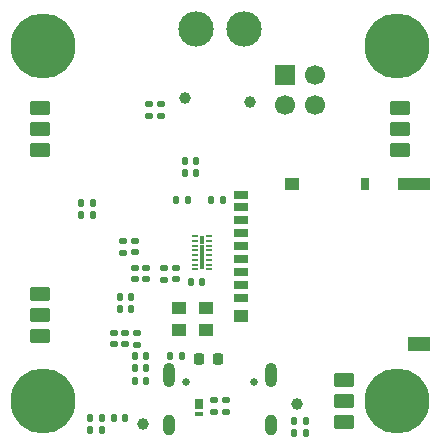
<source format=gbs>
G04 #@! TF.GenerationSoftware,KiCad,Pcbnew,9.0.1*
G04 #@! TF.CreationDate,2025-04-30T23:29:38-04:00*
G04 #@! TF.ProjectId,Control Board V2,436f6e74-726f-46c2-9042-6f6172642056,rev?*
G04 #@! TF.SameCoordinates,Original*
G04 #@! TF.FileFunction,Soldermask,Bot*
G04 #@! TF.FilePolarity,Negative*
%FSLAX46Y46*%
G04 Gerber Fmt 4.6, Leading zero omitted, Abs format (unit mm)*
G04 Created by KiCad (PCBNEW 9.0.1) date 2025-04-30 23:29:38*
%MOMM*%
%LPD*%
G01*
G04 APERTURE LIST*
G04 Aperture macros list*
%AMRoundRect*
0 Rectangle with rounded corners*
0 $1 Rounding radius*
0 $2 $3 $4 $5 $6 $7 $8 $9 X,Y pos of 4 corners*
0 Add a 4 corners polygon primitive as box body*
4,1,4,$2,$3,$4,$5,$6,$7,$8,$9,$2,$3,0*
0 Add four circle primitives for the rounded corners*
1,1,$1+$1,$2,$3*
1,1,$1+$1,$4,$5*
1,1,$1+$1,$6,$7*
1,1,$1+$1,$8,$9*
0 Add four rect primitives between the rounded corners*
20,1,$1+$1,$2,$3,$4,$5,0*
20,1,$1+$1,$4,$5,$6,$7,0*
20,1,$1+$1,$6,$7,$8,$9,0*
20,1,$1+$1,$8,$9,$2,$3,0*%
G04 Aperture macros list end*
%ADD10C,1.700000*%
%ADD11R,1.700000X1.700000*%
%ADD12C,1.000000*%
%ADD13C,5.500000*%
%ADD14C,0.650000*%
%ADD15O,1.000000X2.100000*%
%ADD16O,1.000000X1.800000*%
%ADD17O,3.000000X3.000000*%
%ADD18RoundRect,0.140000X0.140000X0.170000X-0.140000X0.170000X-0.140000X-0.170000X0.140000X-0.170000X0*%
%ADD19RoundRect,0.200000X-0.650000X-0.400000X0.650000X-0.400000X0.650000X0.400000X-0.650000X0.400000X0*%
%ADD20RoundRect,0.135000X0.185000X-0.135000X0.185000X0.135000X-0.185000X0.135000X-0.185000X-0.135000X0*%
%ADD21RoundRect,0.140000X-0.140000X-0.170000X0.140000X-0.170000X0.140000X0.170000X-0.140000X0.170000X0*%
%ADD22RoundRect,0.050000X-0.200000X0.050000X-0.200000X-0.050000X0.200000X-0.050000X0.200000X0.050000X0*%
%ADD23R,0.400000X0.700000*%
%ADD24RoundRect,0.135000X-0.135000X-0.185000X0.135000X-0.185000X0.135000X0.185000X-0.135000X0.185000X0*%
%ADD25R,1.300000X1.100000*%
%ADD26RoundRect,0.140000X0.170000X-0.140000X0.170000X0.140000X-0.170000X0.140000X-0.170000X-0.140000X0*%
%ADD27RoundRect,0.140000X-0.170000X0.140000X-0.170000X-0.140000X0.170000X-0.140000X0.170000X0.140000X0*%
%ADD28RoundRect,0.135000X-0.185000X0.135000X-0.185000X-0.135000X0.185000X-0.135000X0.185000X0.135000X0*%
%ADD29RoundRect,0.135000X0.135000X0.185000X-0.135000X0.185000X-0.135000X-0.185000X0.135000X-0.185000X0*%
%ADD30RoundRect,0.075000X-0.275000X0.390000X-0.275000X-0.390000X0.275000X-0.390000X0.275000X0.390000X0*%
%ADD31RoundRect,0.075000X-0.275000X0.075000X-0.275000X-0.075000X0.275000X-0.075000X0.275000X0.075000X0*%
%ADD32R,1.200000X0.700000*%
%ADD33R,0.800000X1.000000*%
%ADD34R,2.800000X1.000000*%
%ADD35R,1.200000X1.000000*%
%ADD36R,1.900000X1.300000*%
%ADD37RoundRect,0.218750X-0.218750X-0.256250X0.218750X-0.256250X0.218750X0.256250X-0.218750X0.256250X0*%
G04 APERTURE END LIST*
D10*
G04 #@! TO.C,J1*
X83000000Y-99460000D03*
X83000000Y-102000000D03*
X80460000Y-102000000D03*
D11*
X80460000Y-99460000D03*
G04 #@! TD*
D12*
G04 #@! TO.C,TP4*
X68500000Y-129000000D03*
G04 #@! TD*
G04 #@! TO.C,TP3*
X81500000Y-127250000D03*
G04 #@! TD*
D13*
G04 #@! TO.C,H2*
X60000000Y-97000000D03*
G04 #@! TD*
G04 #@! TO.C,H1*
X90000000Y-127000000D03*
G04 #@! TD*
D12*
G04 #@! TO.C,TP2*
X77500000Y-101750000D03*
G04 #@! TD*
G04 #@! TO.C,TP1*
X72000000Y-101400000D03*
G04 #@! TD*
D14*
G04 #@! TO.C,J35*
X72110000Y-125395000D03*
X77890000Y-125395000D03*
D15*
X70680000Y-124875000D03*
D16*
X70680000Y-129075000D03*
D15*
X79320000Y-124875000D03*
D16*
X79320000Y-129075000D03*
G04 #@! TD*
D13*
G04 #@! TO.C,H4*
X90000000Y-97000000D03*
G04 #@! TD*
D17*
G04 #@! TO.C,BT1*
X72968000Y-95500000D03*
X77032000Y-95500000D03*
G04 #@! TD*
D13*
G04 #@! TO.C,H3*
X60000000Y-127000000D03*
G04 #@! TD*
D18*
G04 #@! TO.C,C11*
X73460000Y-117000000D03*
X72500000Y-117000000D03*
G04 #@! TD*
D19*
G04 #@! TO.C,J30*
X59750000Y-121556000D03*
X59750000Y-119778000D03*
X59750000Y-118000000D03*
G04 #@! TD*
D20*
G04 #@! TO.C,R2*
X67940000Y-122260000D03*
X67940000Y-121240000D03*
G04 #@! TD*
D21*
G04 #@! TO.C,C2*
X67790000Y-124280000D03*
X68750000Y-124280000D03*
G04 #@! TD*
D19*
G04 #@! TO.C,J32*
X59750000Y-105778000D03*
X59750000Y-104000000D03*
X59750000Y-102222000D03*
G04 #@! TD*
D22*
G04 #@! TO.C,U5*
X74090000Y-113080000D03*
X74090000Y-113480000D03*
X74090000Y-113880000D03*
X74090000Y-114280000D03*
X74090000Y-114680000D03*
X74090000Y-115080000D03*
X74090000Y-115480000D03*
X74090000Y-115880000D03*
X72840000Y-115880000D03*
X72840000Y-115480000D03*
X72840000Y-115080000D03*
X72840000Y-114680000D03*
X72840000Y-114280000D03*
X72840000Y-113880000D03*
X72840000Y-113480000D03*
X72840000Y-113080000D03*
D23*
X73465000Y-115530000D03*
X73465000Y-114830000D03*
X73465000Y-114130000D03*
X73465000Y-113430000D03*
G04 #@! TD*
D24*
G04 #@! TO.C,R18*
X63240000Y-110250000D03*
X64260000Y-110250000D03*
G04 #@! TD*
D21*
G04 #@! TO.C,C30*
X81270000Y-129720000D03*
X82230000Y-129720000D03*
G04 #@! TD*
D18*
G04 #@! TO.C,C1*
X66980000Y-128500000D03*
X66020000Y-128500000D03*
G04 #@! TD*
D25*
G04 #@! TO.C,Y2*
X71500000Y-119200000D03*
X73800000Y-119200000D03*
X73800000Y-121000000D03*
X71500000Y-121000000D03*
G04 #@! TD*
D26*
G04 #@! TO.C,C33*
X67750000Y-114460000D03*
X67750000Y-113500000D03*
G04 #@! TD*
D27*
G04 #@! TO.C,C25*
X68750000Y-115770000D03*
X68750000Y-116730000D03*
G04 #@! TD*
D28*
G04 #@! TO.C,R9*
X75500000Y-126990000D03*
X75500000Y-128010000D03*
G04 #@! TD*
D18*
G04 #@! TO.C,C6*
X71730000Y-123250000D03*
X70770000Y-123250000D03*
G04 #@! TD*
D29*
G04 #@! TO.C,R7*
X75260000Y-110000000D03*
X74240000Y-110000000D03*
G04 #@! TD*
D21*
G04 #@! TO.C,C5*
X67790000Y-123250000D03*
X68750000Y-123250000D03*
G04 #@! TD*
D19*
G04 #@! TO.C,J31*
X85500000Y-128778000D03*
X85500000Y-127000000D03*
X85500000Y-125222000D03*
G04 #@! TD*
D21*
G04 #@! TO.C,C8*
X66520000Y-119250000D03*
X67480000Y-119250000D03*
G04 #@! TD*
D26*
G04 #@! TO.C,C35*
X66940000Y-122230000D03*
X66940000Y-121270000D03*
G04 #@! TD*
D24*
G04 #@! TO.C,R19*
X63240000Y-111250000D03*
X64260000Y-111250000D03*
G04 #@! TD*
D19*
G04 #@! TO.C,J33*
X90250000Y-105806000D03*
X90250000Y-104028000D03*
X90250000Y-102250000D03*
G04 #@! TD*
D26*
G04 #@! TO.C,C16*
X70250000Y-116750000D03*
X70250000Y-115790000D03*
G04 #@! TD*
D30*
G04 #@! TO.C,D5*
X73250000Y-127250000D03*
D31*
X73250000Y-128135000D03*
G04 #@! TD*
D21*
G04 #@! TO.C,C7*
X67790000Y-125310000D03*
X68750000Y-125310000D03*
G04 #@! TD*
D20*
G04 #@! TO.C,R22*
X66750000Y-114510000D03*
X66750000Y-113490000D03*
G04 #@! TD*
D28*
G04 #@! TO.C,R21*
X69000000Y-101890000D03*
X69000000Y-102910000D03*
G04 #@! TD*
D18*
G04 #@! TO.C,C3*
X64980000Y-128500000D03*
X64020000Y-128500000D03*
G04 #@! TD*
G04 #@! TO.C,C4*
X64980000Y-129500000D03*
X64020000Y-129500000D03*
G04 #@! TD*
D21*
G04 #@! TO.C,C31*
X81270000Y-128750000D03*
X82230000Y-128750000D03*
G04 #@! TD*
G04 #@! TO.C,C23*
X72020000Y-106750000D03*
X72980000Y-106750000D03*
G04 #@! TD*
D32*
G04 #@! TO.C,J2*
X76775000Y-118275000D03*
X76775000Y-117175000D03*
X76775000Y-116075000D03*
X76775000Y-114975000D03*
X76775000Y-113875000D03*
X76775000Y-112775000D03*
X76775000Y-111675000D03*
X76775000Y-110575000D03*
X76775000Y-109625000D03*
D33*
X87275000Y-108675000D03*
D34*
X91425000Y-108675000D03*
D35*
X81075000Y-108675000D03*
X76775000Y-119825000D03*
D36*
X91875000Y-122175000D03*
G04 #@! TD*
D28*
G04 #@! TO.C,R20*
X70000000Y-101890000D03*
X70000000Y-102910000D03*
G04 #@! TD*
D26*
G04 #@! TO.C,C17*
X71250000Y-116730000D03*
X71250000Y-115770000D03*
G04 #@! TD*
D21*
G04 #@! TO.C,C22*
X72020000Y-107750000D03*
X72980000Y-107750000D03*
G04 #@! TD*
D37*
G04 #@! TO.C,FB1*
X73212500Y-123500000D03*
X74787500Y-123500000D03*
G04 #@! TD*
D26*
G04 #@! TO.C,C36*
X66000000Y-122230000D03*
X66000000Y-121270000D03*
G04 #@! TD*
D29*
G04 #@! TO.C,R6*
X72260000Y-110000000D03*
X71240000Y-110000000D03*
G04 #@! TD*
D21*
G04 #@! TO.C,C9*
X66520000Y-118250000D03*
X67480000Y-118250000D03*
G04 #@! TD*
D27*
G04 #@! TO.C,C24*
X67750000Y-115770000D03*
X67750000Y-116730000D03*
G04 #@! TD*
D28*
G04 #@! TO.C,R8*
X74500000Y-126990000D03*
X74500000Y-128010000D03*
G04 #@! TD*
M02*

</source>
